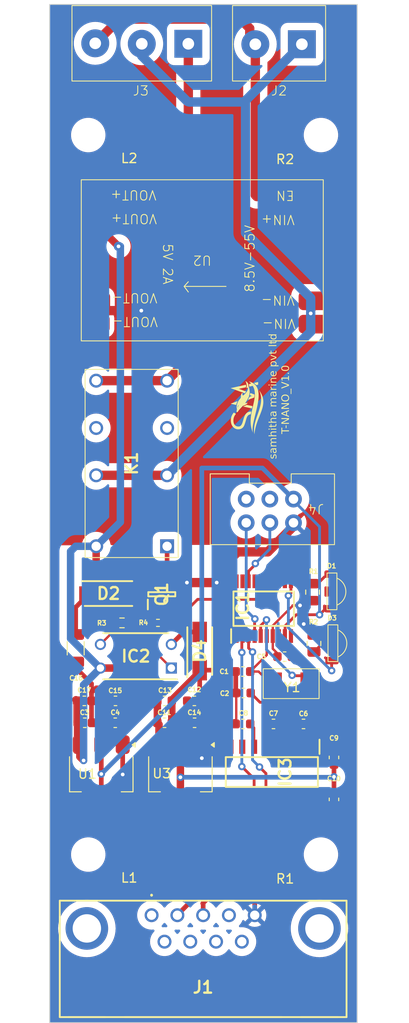
<source format=kicad_pcb>
(kicad_pcb (version 20240108) (generator "pcbnew") (generator_version "8.0")
  (layers (0 "F.Cu" signal) (31 "B.Cu" signal) (34 "B.Paste" user) (35 "F.Paste" user) (36 "B.SilkS" user "B.Silkscreen") (37 "F.SilkS" user "F.Silkscreen") (38 "B.Mask" user) (39 "F.Mask" user) (44 "Edge.Cuts" user))
  (net 0 "")
  (net 1 "GND")
  (net 2 "Net-(D1-Pad3)")
  (net 3 "/VCAP")
  (net 5 "Net-(D3-Pad2)")
  (net 15 "/C1+")
  (net 16 "/R2IN")
  (net 17 "/C2+")
  (net 18 "/C2-")
  (net 19 "/V-")
  (net 20 "/V+")
  (net 21 "/T1OUT")
  (net 22 "/R1IN")
  (net 23 "/T2IN")
  (net 24 "/R2OUT")
  (net 25 "/T1IN")
  (net 26 "/R1OUT")
  (net 27 "/C1-")
  (net 28 "/T2OUT")
  (net 29 "/PB4{slash}_I2C__SCL")
  (net 30 "/PD2{slash}AIN3{slash}[T_IM2__CH3]")
  (net 31 "/PC6{slash}_SPI_MOSI_[TIM1__CH1]")
  (net 32 "/PD3{slash}_AIN4{slash}_TIM2__CH2{slash}_ADC__ETR")
  (net 33 "/NRST")
  (net 34 "/PC3{slash}_TIM1_CH3_[TLI]_[TIM1__CH1N]")
  (net 35 "/PA2{slash}_OSCOUT")
  (net 36 "/PD4{slash}_BEEP{slash}_TIM2__CH1{slash}_UART1__CK")
  (net 37 "/PA1{slash}_OSCIN")
  (net 38 "/PC5{slash}_SPI_SCK_[TIM2__CH1]")
  (net 39 "/PB5{slash}_I2C__SDA_[TIM1__BKIN]")
  (net 40 "/PA3{slash}_TIM2__CH3_[SPI__NSS]")
  (net 41 "/PC4{slash}_CLK_CCO{slash}_TIM1__CH4{slash}AIN2{slash}[_TIM1__CH2N]")
  (net 42 "/PD1{slash}_SWIM")
  (net 43 "/PC7{slash}_SPI_MISO_[TIM1__CH2]")
  (net 44 "/CATHODE")
  (net 45 "/EMITTER")
  (net 46 "/ANODE")
  (net 47 "/NO_1")
  (net 48 "/COIL_1")
  (net 49 "/NC_2")
  (net 50 "/NC_1")
  (net 51 "/VIN-")
  (net 52 "/VIN+")
  (net 53 "/VOUT+")
  (net 54 "Net-(Q1-B)")
  (net 55 "/VO-MUC")
  (net 56 "/VO-RS232")
  (footprint "LIB_MAX232CSE+T:SOIC127P600X175-16N" (layer "F.Cu") (at 148.425 114.388 -90)
    (property "Reference" "IC3")
    (property "Value" "MAX232CSE+T" (hide yes))
  )
  (footprint "Package_TO_SOT_SMD:SOT-223-3_TabPin2" (layer "F.Cu") (at 138.6 114.6 -90)
    (property "Reference" "U3")
    (property "Value" "AMS1117-3.3")
  )
  (footprint "MountingHole:MountingHole_3.2mm_M3" (layer "F.Cu") (at 153.7 46)
    (property "Reference" "R2")
    (property "Value" "MountingHole_3.2mm_M3")
  )
  (footprint "2 Pin Screw Terminal- 5mm Pitch:2 Pin Screw Terminal- 5mm Pitch" (layer "F.Cu") (at 149.2 31.75)
    (property "Reference" "J2")
    (property "Value" "2 Pin Screw Terminal- 5mm Pitch")
  )
  (footprint "Capacitor_SMD:C_0603_1608Metric" (layer "F.Cu") (at 149.8 102)
    (property "Reference" "C5")
    (property "Value" "1uF")
  )
  (footprint "Capacitor_SMD:C_0603_1608Metric" (layer "F.Cu") (at 128.325 109.1 180)
    (property "Reference" "C3")
    (property "Value" "0.1uF")
  )
  (footprint "LIB_L717SDE09PA4CH4F2:L717SDE09PA4CH4F2" (layer "F.Cu") (at 135.505 129.76)
    (property "Reference" "J1")
    (property "Value" "L717SDE09PA4CH4F2" (hide yes))
  )
  (footprint "Logo:smpl_logo_ 6 X 3.7" (layer "F.Cu") (at 145.85 75.15 90)
    (property "Reference" "G***" (hide yes))
    (property "Value" "LOGO" (hide yes))
  )
  (footprint "Capacitor_SMD:C_0603_1608Metric" (layer "F.Cu") (at 145.375 105.9 180)
    (property "Reference" "C2")
    (property "Value" "22pf")
  )
  (footprint "PMBT3904,215:SOT95P230X110-3N" (layer "F.Cu") (at 136.6 95.3 90)
    (property "Reference" "Q1")
    (property "Value" "PMBT3904,215" (hide yes))
  )
  (footprint "55V-5V DC-DC:55V-5V DC-DC" (layer "F.Cu") (at 140.95 59.45 180)
    (property "Reference" "U2")
    (property "Value" "55V-5V DC-DC")
  )
  (footprint "Capacitor_SMD:C_0603_1608Metric" (layer "F.Cu") (at 136.9 109.1 180)
    (property "Reference" "C11")
    (property "Value" "0.1uF")
  )
  (footprint "Capacitor_SMD:C_0603_1608Metric" (layer "F.Cu") (at 131.6 109.1 180)
    (property "Reference" "C4")
    (property "Value" "0.1uF")
  )
  (footprint "Resistor_SMD:R_0805_2012Metric" (layer "F.Cu") (at 152.95 100.5875 90)
    (property "Reference" "R2")
    (property "Value" "1k")
  )
  (footprint "Resistor_SMD:R_0603_1608Metric" (layer "F.Cu") (at 132.325 98.375)
    (property "Reference" "R3")
    (property "Value" "220 ohm")
  )
  (footprint "Capacitor_SMD:C_0603_1608Metric" (layer "F.Cu") (at 155.1 117.325 90)
    (property "Reference" "C10")
    (property "Value" "1uF")
  )
  (footprint "1N4007:1N4007" (layer "F.Cu") (at 140.675 101.4 90)
    (property "Reference" "D4")
    (property "Value" "1N4007" (hide yes))
  )
  (footprint "STM8S103F3P6:SOP65P640X120-20N" (layer "F.Cu") (at 147.55 96.85 90)
    (property "Reference" "IC1")
    (property "Value" "STM8S103F3P6" (hide yes))
  )
  (footprint "Capacitor_SMD:C_0603_1608Metric" (layer "F.Cu") (at 155.1 112.825 -90)
    (property "Reference" "C9")
    (property "Value" "1uF")
  )
  (footprint "6 Pin Male FRC:6 Pin Male FRC" (layer "F.Cu") (at 148.255 86.325 180)
    (property "Reference" "J4")
    (property "Value" "6 Pin Male FRC")
  )
  (footprint "Capacitor_SMD:C_0603_1608Metric" (layer "F.Cu") (at 131.625 106.75 180)
    (property "Reference" "C15")
    (property "Value" "10uF")
  )
  (footprint "MountingHole:MountingHole_3.2mm_M3" (layer "F.Cu") (at 153.7 123.25)
    (property "Reference" "R1")
    (property "Value" "MountingHole_3.2mm_M3")
  )
  (footprint "INDI_LED:INDI_LED" (layer "F.Cu") (at 154.175 98.205 -90)
    (property "Reference" "D3")
    (property "Value" "~")
  )
  (footprint "Capacitor_SMD:C_0603_1608Metric" (layer "F.Cu") (at 140.125 109.1 180)
    (property "Reference" "C14")
    (property "Value" "10uF")
  )
  (footprint "MountingHole:MountingHole_3.2mm_M3" (layer "F.Cu") (at 128.7 46)
    (property "Reference" "L2")
    (property "Value" "MountingHole_3.2mm_M3")
  )
  (footprint "INDI_LED:INDI_LED" (layer "F.Cu") (at 154.073457 92.64 -90)
    (property "Reference" "D1")
    (property "Value" "~")
  )
  (footprint "1N4007:1N4007" (layer "F.Cu") (at 130.875 95.225)
    (property "Reference" "D2")
    (property "Value" "1N4007" (hide yes))
  )
  (footprint "MountingHole:MountingHole_3.2mm_M3" (layer "F.Cu") (at 128.7 123.25)
    (property "Reference" "L1")
    (property "Value" "MountingHole_3.2mm_M3")
  )
  (footprint "Capacitor_SMD:C_0603_1608Metric" (layer "F.Cu") (at 128.275 106.75 180)
    (property "Reference" "C17")
    (property "Value" "10uF")
  )
  (footprint "3 Pin Screw Terminal- 5mm Pitch:3 Pin Screw Terminal- 5mm Pitch" (layer "F.Cu") (at 134.35 36.25)
    (property "Reference" "J3")
    (property "Value" "3 Pin Screw Terminal- 5mm Pitch")
  )
  (footprint "Capacitor_SMD:C_0603_1608Metric" (layer "F.Cu") (at 151.825 109.225)
    (property "Reference" "C6")
    (property "Value" "1uF")
  )
  (footprint "Capacitor_SMD:C_0603_1608Metric" (layer "F.Cu") (at 148.6 109.225)
    (property "Reference" "C7")
    (property "Value" "1uF")
  )
  (footprint "Capacitor_SMD:C_0603_1608Metric" (layer "F.Cu") (at 136.9 106.75 180)
    (property "Reference" "C13")
    (property "Value" "10uF")
  )
  (footprint "Capacitor_SMD:C_1206_3216Metric" (layer "F.Cu") (at 127.35 101.1 90)
    (property "Reference" "C16")
    (property "Value" "22uF")
  )
  (footprint "Resistor_SMD:R_0402_1005Metric" (layer "F.Cu") (at 136.19 98.375 180)
    (property "Reference" "R4")
    (property "Value" "100 ohm")
  )
  (footprint "Package_TO_SOT_SMD:SOT-223-3_TabPin2" (layer "F.Cu") (at 130.1 114.6 -90)
    (property "Reference" "U1")
    (property "Value" "AMS1117-3.3")
  )
  (footprint "PC817X1NSZ1B:DIP762W60P254L460H455Q4N" (layer "F.Cu") (at 133.815 101.955 180)
    (property "Reference" "IC2")
    (property "Value" "PC817X1NSZ1B" (hide yes))
  )
  (footprint "Capacitor_SMD:C_0603_1608Metric" (layer "F.Cu") (at 140.1 106.75 180)
    (property "Reference" "C12")
    (property "Value" "0.1uF")
  )
  (footprint "Capacitor_SMD:C_0603_1608Metric" (layer "F.Cu") (at 145.325 109.225)
    (property "Reference" "C8")
    (property "Value" "1uF")
  )
  (footprint "Capacitor_SMD:C_0603_1608Metric" (layer "F.Cu") (at 145.325 103.6 180)
    (property "Reference" "C1")
    (property "Value" "22pf")
  )
  (footprint "YSX530GA_8MHZ:YSX530GA_8MHZ" (layer "F.Cu") (at 153.5 102.1 180)
    (property "Reference" "Y1")
    (property "Value" "8Mhz" (hide yes))
  )
  (footprint "Resistor_SMD:R_0805_2012Metric" (layer "F.Cu") (at 152.8 95.075 -90)
    (property "Reference" "R1")
    (property "Value" "1k")
  )
  (footprint "LIB_HFD27_005-S:HFD27005S" (layer "F.Cu") (at 137.17 90.15 90)
    (property "Reference" "K1")
    (property "Value" "HFD27_005-S" (hide yes))
  )
  (gr_rect (start 124.55 31.975) (end 157.6 141.3) (stroke (width 0.1)) (fill none) (layer "Edge.Cuts"))
  (gr_text "samhitha marine pvt ltd" (at 149.05 80.8 90) (layer "F.SilkS") (effects (font (size 0.8 0.8) (thickness 0.125)) (justify left bottom)))
  (gr_text "T-NANO_V1.0" (at 150.4 78.1 90) (layer "F.SilkS") (effects (font (size 0.8 0.8) (thickness 0.125)) (justify left bottom)))
  (segment (start 137.675 106.75) (end 137.675 109.1) (width 0.8) (layer "F.Cu") (net 1))
  (segment (start 146.585 124.415) (end 151.6 119.4) (width 0.5) (layer "F.Cu") (net 1))
  (segment (start 140.9 109.1) (end 144.425 109.1) (width 0.5) (layer "F.Cu") (net 1))
  (segment (start 144.6 109.175) (end 144.55 109.225) (width 0.25) (layer "F.Cu") (net 1))
  (segment (start 139.3 94.05) (end 139.3 94.65) (width 0.5) (layer "F.Cu") (net 1))
  (segment (start 132.4 106.75) (end 132.375 106.775) (width 0.5) (layer "F.Cu") (net 1))
  (segment (start 144.425 109.1) (end 144.55 109.225) (width 0.8) (layer "F.Cu") (net 1))
  (segment (start 140.675 103.45) (end 144.4 103.45) (width 0.5) (layer "F.Cu") (net 1))
  (segment (start 152.95 99.6) (end 151.85 98.5) (width 0.3) (layer "F.Cu") (net 1))
  (segment (start 152.2875 96.5) (end 152.8 95.9875) (width 0.25) (layer "F.Cu") (net 1))
  (segment (start 129.05 104.9) (end 129.05 106.05) (width 0.5) (layer "F.Cu") (net 1))
  (segment (start 132.375 106.775) (end 132.375 109.1) (width 0.5) (layer "F.Cu") (net 1))
  (segment (start 132.4 106.25) (end 132.4 106.75) (width 0.5) (layer "F.Cu") (net 1))
  (segment (start 129.05 105.85) (end 129.55 105.35) (width 0.5) (layer "F.Cu") (net 1))
  (segment (start 148.525 101.15) (end 149.225 101.85) (width 0.25) (layer "F.Cu") (net 1))
  (segment (start 146.585 129.76) (end 146.585 124.415) (width 0.5) (layer "F.Cu") (net 1))
  (segment (start 150.75 88) (end 150.75 87.625) (width 1) (layer "F.Cu") (net 1))
  (segment (start 144.55 105.85) (end 144.6 105.9) (width 0.5) (layer "F.Cu") (net 1))
  (segment (start 137.675 106.75) (end 137.675 106.45) (width 0.5) (layer "F.Cu") (net 1))
  (segment (start 144.55 103.6) (end 144.55 105.85) (width 0.5) (layer "F.Cu") (net 1))
  (segment (start 148.525 99.788) (end 148.525 101.15) (width 0.25) (layer "F.Cu") (net 1))
  (segment (start 144.6 105.9) (end 144.5 106) (width 0.25) (layer "F.Cu") (net 1))
  (segment (start 140.9 111.45) (end 140.9 112.9) (width 0.5) (layer "F.Cu") (net 1))
  (segment (start 129.05 109.05) (end 129.05 106.75) (width 0.5) (layer "F.Cu") (net 1))
  (segment (start 140.675 103.45) (end 140.675 106.55) (width 0.5) (layer "F.Cu") (net 1))
  (segment (start 151.6 119.2) (end 151.6 117.1) (width 0.5) (layer "F.Cu") (net 1))
  (segment (start 140.9 111.45) (end 140.9 109.1) (width 0.5) (layer "F.Cu") (net 1))
  (segment (start 148.525 98.675) (end 150.65 96.55) (width 0.25) (layer "F.Cu") (net 1))
  (segment (start 132.4 111.45) (end 132.4 114.65) (width 0.5) (layer "F.Cu") (net 1))
  (segment (start 129 66.25) (end 130.4 64.85) (width 1) (layer "F.Cu") (net 1))
  (segment (start 144.4 103.45) (end 144.55 103.6) (width 0.5) (layer "F.Cu") (net 1))
  (segment (start 139.3 94.65) (end 137.55 96.4) (width 0.5) (layer "F.Cu") (net 1))
  (segment (start 148.5 99.813) (end 148.525 99.788) (width 0.25) (layer "F.Cu") (net 1))
  (segment (start 148.525 99.788) (end 148.525 98.675) (width 0.25) (layer "F.Cu") (net 1))
  (segment (start 127.35 102.575) (end 127.35 103.2) (width 0.5) (layer "F.Cu") (net 1))
  (segment (start 132.4 109.125) (end 132.375 109.1) (width 0.5) (layer "F.Cu") (net 1))
  (segment (start 129.55 105.35) (end 131.5 105.35) (width 0.5) (layer "F.Cu") (net 1))
  (segment (start 132.4 111.45) (end 132.4 109.125) (width 0.5) (layer "F.Cu") (net 1))
  (segment (start 140.875 106.75) (end 140.875 109.075) (width 0.5) (layer "F.Cu") (net 1))
  (segment (start 142.5 94.05) (end 142.5 93) (width 1) (layer "F.Cu") (net 1))
  (segment (start 140.675 106.55) (end 140.875 106.75) (width 0.5) (layer "F.Cu") (net 1))
  (segment (start 131.5 105.35) (end 132.4 106.25) (width 0.5) (layer "F.Cu") (net 1))
  (segment (start 129.05 106.05) (end 129.05 105.85) (width 0.5) (layer "F.Cu") (net 1))
  (segment (start 154 119.2) (end 151.6 119.2) (width 0.25) (layer "F.Cu") (net 1))
  (segment (start 150.65 96.55) (end 150.65 96.5) (width 0.25) (layer "F.Cu") (net 1))
  (segment (start 148 90.75) (end 150.75 88) (width 1) (layer "F.Cu") (net 1))
  (segment (start 129.05 106.75) (end 129.05 106.05) (width 0.5) (layer "F.Cu") (net 1))
  (segment (start 151.6 119.4) (end 151.6 119.2) (width 0.5) (layer "F.Cu") (net 1))
  (segment (start 152.95 99.675) (end 152.95 99.6) (width 0.3) (layer "F.Cu") (net 1))
  (segment (start 144.6 105.9) (end 144.6 109.175) (width 0.25) (layer "F.Cu") (net 1))
  (segment (start 127.35 103.2) (end 129.05 104.9) (width 0.5) (layer "F.Cu") (net 1))
  (segment (start 140.875 109.075) (end 140.9 109.1) (width 0.8) (layer "F.Cu") (net 1))
  (segment (start 129.1 109.1) (end 129.05 109.05) (width 0.5) (layer "F.Cu") (net 1))
  (segment (start 142.5 93) (end 144.75 90.75) (width 1) (layer "F.Cu") (net 1))
  (segment (start 127.35 102.575) (end 127.775 102.575) (width 0.5) (layer "F.Cu") (net 1))
  (segment (start 130.4 64.85) (end 134.4 64.85) (width 1) (layer "F.Cu") (net 1))
  (segment (start 144.75 90.75) (end 148 90.75) (width 1) (layer "F.Cu") (net 1))
  (segment (start 132.4 111.45) (end 132.375 111.425) (width 0.5) (layer "F.Cu") (net 1))
  (segment (start 137.675 106.45) (end 140.675 103.45) (width 0.5) (layer "F.Cu") (net 1))
  (segment (start 139.3 94.05) (end 142.5 94.05) (width 1) (layer "F.Cu") (net 1))
  (segment (start 155.1 118.1) (end 154 119.2) (width 0.25) (layer "F.Cu") (net 1))
  (segment (start 150.65 96.5) (end 152.2875 96.5) (width 0.25) (layer "F.Cu") (net 1))
  (via (at 142.5 94.05) (size 0.8) (drill 0.4) (layers "F.Cu" "B.Cu") (net 1))
  (via (at 134.4 64.85) (size 0.8) (drill 0.4) (layers "F.Cu" "B.Cu") (net 1))
  (via (at 151.85 98.5) (size 0.8) (drill 0.4) (layers "F.Cu" "B.Cu") (net 1))
  (via (at 139.3 94.05) (size 0.8) (drill 0.4) (layers "F.Cu" "B.Cu") (net 1))
  (via (at 132.4 114.65) (size 0.8) (drill 0.4) (layers "F.Cu" "B.Cu") (net 1))
  (via (at 140.9 112.9) (size 0.8) (drill 0.4) (layers "F.Cu" "B.Cu") (net 1))
  (via (at 151.45 96.5) (size 0.8) (drill 0.4) (layers "F.Cu" "B.Cu") (net 1))
  (segment (start 142.5 111.3) (end 140.9 112.9) (width 1) (layer "B.Cu") (net 1))
  (segment (start 151.55 96.5) (end 151.55 98.2) (width 0.5) (layer "B.Cu") (net 1))
  (segment (start 151.55 98.2) (end 151.85 98.5) (width 0.5) (layer "B.Cu") (net 1))
  (segment (start 140.9 112.9) (end 134.15 112.9) (width 0.5) (layer "B.Cu") (net 1))
  (segment (start 134.15 112.9) (end 132.4 114.65) (width 0.5) (layer "B.Cu") (net 1))
  (segment (start 142.5 94.05) (end 142.5 111.3) (width 1) (layer "B.Cu") (net 1))
  (segment (start 151.45 96.5) (end 151.55 96.5) (width 1) (layer "B.Cu") (net 1))
  (segment (start 136.55 94.05) (end 139.3 94.05) (width 1) (layer "B.Cu") (net 1))
  (segment (start 146.585 128.835) (end 146.585 129.76) (width 0.5) (layer "B.Cu") (net 1))
  (segment (start 134.4 64.85) (end 134.4 91.9) (width 1) (layer "B.Cu") (net 1))
  (segment (start 134.4 91.9) (end 136.55 94.05) (width 1) (layer "B.Cu") (net 1))
  (segment (start 132.4 115.575) (end 146.585 129.76) (width 0.5) (layer "B.Cu") (net 1))
  (segment (start 151.85 88.725) (end 150.75 87.625) (width 0.3) (layer "B.Cu") (net 1))
  (segment (start 132.4 114.65) (end 132.4 115.575) (width 0.5) (layer "B.Cu") (net 1))
  (segment (start 151.85 98.5) (end 151.85 88.725) (width 0.3) (layer "B.Cu") (net 1))
  (segment (start 153.350957 94.1625) (end 154.073457 93.44) (width 0.3) (layer "F.Cu") (net 2))
  (segment (start 152.8 94.1625) (end 153.350957 94.1625) (width 0.3) (layer "F.Cu") (net 2))
  (segment (start 150.775 102.275) (end 149.175 100.675) (width 0.25) (layer "F.Cu") (net 3))
  (segment (start 149.175 100.675) (end 149.175 99.788) (width 0.25) (layer "F.Cu") (net 3))
  (segment (start 150.775 102.3) (end 150.775 102.275) (width 0.25) (layer "F.Cu") (net 3))
  (segment (start 154.175 100.275) (end 152.95 101.5) (width 0.3) (layer "F.Cu") (net 5))
  (segment (start 154.175 100.075) (end 154.175 100.275) (width 0.3) (layer "F.Cu") (net 5))
  (segment (start 152.87 111.676) (end 152.87 109.495) (width 0.25) (layer "F.Cu") (net 15))
  (segment (start 152.87 109.495) (end 152.6 109.225) (width 0.25) (layer "F.Cu") (net 15))
  (segment (start 149.06 111.676) (end 149.375 111.361) (width 0.25) (layer "F.Cu") (net 17))
  (segment (start 149.375 111.361) (end 149.375 109.225) (width 0.25) (layer "F.Cu") (net 17))
  (segment (start 147.79 109.26) (end 147.825 109.225) (width 0.25) (layer "F.Cu") (net 18))
  (segment (start 147.79 111.676) (end 147.79 109.26) (width 0.25) (layer "F.Cu") (net 18))
  (segment (start 146.52 109.645) (end 146.1 109.225) (width 0.25) (layer "F.Cu") (net 19))
  (segment (start 146.52 111.676) (end 146.52 109.645) (width 0.25) (layer "F.Cu") (net 19))
  (segment (start 153.617157 113.45) (end 152.982843 113.45) (width 0.2) (layer "F.Cu") (net 20))
  (segment (start 155.1 112.05) (end 153.758578 113.391422) (width 0.2) (layer "F.Cu") (net 20))
  (segment (start 151.6 112.15) (end 151.6 111.676) (width 0.2) (layer "F.Cu") (net 20))
  (segment (start 152.841421 113.391421) (end 151.6 112.15) (width 0.2) (layer "F.Cu") (net 20))
  (arc (start 153.758578 113.391422) (mid 153.693693 113.434776) (end 153.617157 113.45) (width 0.2) (layer "F.Cu") (net 20))
  (arc (start 152.841421 113.391421) (mid 152.906306 113.434776) (end 152.982843 113.45) (width 0.2) (layer "F.Cu") (net 20))
  (segment (start 141 128.5) (end 141.045 128.545) (width 0.5) (layer "F.Cu") (net 21))
  (segment (start 150.33 119.17) (end 141 128.5) (width 0.5) (layer "F.Cu") (net 21))
  (segment (start 141.045 128.545) (end 141.045 129.76) (width 0.5) (layer "F.Cu") (net 21))
  (segment (start 141.045 129.76) (end 141.05 129.755) (width 0.5) (layer "F.Cu") (net 21))
  (segment (start 150.33 117.1) (end 150.33 119.17) (width 0.5) (layer "F.Cu") (net 21))
  (segment (start 149.06 118.94) (end 138.275 129.725) (width 0.5) (layer "F.Cu") (net 22))
  (segment (start 138.275 129.725) (end 138.275 129.76) (width 0.5) (layer "F.Cu") (net 22))
  (segment (start 149.06 117.1) (end 149.06 118.94) (width 0.5) (layer "F.Cu") (net 22))
  (segment (start 146.52 117.1) (end 146.52 115.12) (width 0.3) (layer "F.Cu") (net 25))
  (segment (start 145.2 101.55) (end 145.2 99.863) (width 0.3) (layer "F.Cu") (net 25))
  (segment (start 145.2 99.863) (end 145.275 99.788) (width 0.3) (layer "F.Cu") (net 25))
  (segment (start 146.52 115.12) (end 145.2 113.8) (width 0.3) (layer "F.Cu") (net 25))
  (via (at 145.2 113.8) (size 0.8) (drill 0.4) (layers "F.Cu" "B.Cu") (net 25))
  (via (at 145.2 101.55) (size 0.8) (drill 0.4) (layers "F.Cu" "B.Cu") (net 25))
  (segment (start 145.2 113.8) (end 145.2 101.55) (width 0.3) (layer "B.Cu") (net 25))
  (segment (start 145.925 99.788) (end 145.925 101.075) (width 0.3) (layer "F.Cu") (net 26))
  (segment (start 147.79 114.54) (end 147.79 117.1) (width 0.3) (layer "F.Cu") (net 26))
  (segment (start 145.925 101.075) (end 146.35 101.5) (width 0.3) (layer "F.Cu") (net 26))
  (segment (start 147.1 113.85) (end 147.79 114.54) (width 0.3) (layer "F.Cu") (net 26))
  (via (at 147.1 113.85) (size 0.8) (drill 0.4) (layers "F.Cu" "B.Cu") (net 26))
  (via (at 146.35 101.5) (size 0.8) (drill 0.4) (layers "F.Cu" "B.Cu") (net 26))
  (segment (start 146.35 113.1) (end 147.1 113.85) (width 0.3) (layer "B.Cu") (net 26))
  (segment (start 146.35 101.5) (end 146.35 113.1) (width 0.3) (layer "B.Cu") (net 26))
  (segment (start 150.33 111.676) (end 150.33 111.17) (width 0.5) (layer "F.Cu") (net 27))
  (segment (start 151.05 109.95) (end 151.05 109.225) (width 0.25) (layer "F.Cu") (net 27))
  (segment (start 150.33 111.676) (end 150.33 110.67) (width 0.25) (layer "F.Cu") (net 27))
  (segment (start 150.33 110.67) (end 151.05 109.95) (width 0.25) (layer "F.Cu") (net 27))
  (segment (start 146.575 99.788) (end 146.575 97.975) (width 0.3) (layer "F.Cu") (net 33))
  (segment (start 146.575 97.975) (end 146.6 97.95) (width 0.3) (layer "F.Cu") (net 33))
  (via (at 146.6 97.95) (size 0.8) (drill 0.4) (layers "F.Cu" "B.Cu") (net 33))
  (segment (start 146.6 97.95) (end 145.67 97.02) (width 0.3) (layer "B.Cu") (net 33))
  (segment (start 145.67 97.02) (end 145.67 87.625) (width 0.3) (layer "B.Cu") (net 33))
  (segment (start 147.875 101.825) (end 146.1 103.6) (width 0.25) (layer "F.Cu") (net 35))
  (segment (start 147.875 99.788) (end 147.875 101.825) (width 0.25) (layer "F.Cu") (net 35))
  (segment (start 146.1 103.6) (end 147 103.6) (width 0.25) (layer "F.Cu") (net 35))
  (segment (start 147 103.6) (end 149.5 106.1) (width 0.25) (layer "F.Cu") (net 35))
  (segment (start 152.2 105.4) (end 152.2 104.05) (width 0.3) (layer "F.Cu") (net 37))
  (segment (start 147.15 106.9) (end 146.15 105.9) (width 0.3) (layer "F.Cu") (net 37))
  (segment (start 147.225 99.788) (end 147.225 98.675) (width 0.3) (layer "F.Cu") (net 37))
  (segment (start 146.15 106.05) (end 146.15 105.9) (width 0.25) (layer "F.Cu") (net 37))
  (segment (start 152.2 104.05) (end 150.65 104.05) (width 0.3) (layer "F.Cu") (net 37))
  (segment (start 150.65 104.05) (end 150.6 104) (width 0.3) (layer "F.Cu") (net 37))
  (segment (start 151.5 106.1) (end 150.7 106.9) (width 0.3) (layer "F.Cu") (net 37))
  (segment (start 147.225 98.675) (end 147.85 98.05) (width 0.3) (layer "F.Cu") (net 37))
  (segment (start 150.7 106.9) (end 147.15 106.9) (width 0.3) (layer "F.Cu") (net 37))
  (segment (start 151.5 106.1) (end 152.2 105.4) (width 0.3) (layer "F.Cu") (net 37))
  (via (at 147.85 98.05) (size 0.8) (drill 0.4) (layers "F.Cu" "B.Cu") (net 37))
  (via (at 150.6 104) (size 0.8) (drill 0.4) (layers "F.Cu" "B.Cu") (net 37))
  (segment (start 150.6 104) (end 147.85 101.25) (width 0.3) (layer "B.Cu") (net 37))
  (segment (start 147.85 101.25) (end 147.85 98.05) (width 0.3) (layer "B.Cu") (net 37))
  (segment (start 154.85 103.5) (end 154.85 102.8) (width 0.3) (layer "F.Cu") (net 39))
  (segment (start 154.85 102.8) (end 154.175 102.125) (width 0.3) (layer "F.Cu") (net 39))
  (segment (start 150.475 93.912) (end 150.475 95.175) (width 0.3) (layer "F.Cu") (net 39))
  (segment (start 150.475 95.175) (end 150.2 95.45) (width 0.3) (layer "F.Cu") (net 39))
  (via (at 154.85 103.5) (size 0.8) (drill 0.4) (layers "F.Cu" "B.Cu") (net 39))
  (via (at 150.2 95.45) (size 0.8) (drill 0.4) (layers "F.Cu" "B.Cu") (net 39))
  (segment (start 154.8 103.5) (end 150.2 98.9) (width 0.3) (layer "B.Cu") (net 39))
  (segment (start 154.85 103.5) (end 154.8 103.5) (width 0.3) (layer "B.Cu") (net 39))
  (segment (start 150.2 98.9) (end 150.2 95.45) (width 0.3) (layer "B.Cu") (net 39))
  (segment (start 148.6 95.85) (end 148.6 93.987) (width 0.3) (layer "F.Cu") (net 41))
  (segment (start 137.925 98.375) (end 140.45 95.85) (width 0.3) (layer "F.Cu") (net 41))
  (segment (start 136.7 98.375) (end 137.925 98.375) (width 0.3) (layer "F.Cu") (net 41))
  (segment (start 148.6 93.987) (end 148.525 93.912) (width 0.3) (layer "F.Cu") (net 41))
  (segment (start 140.45 95.85) (end 148.6 95.85) (width 0.3) (layer "F.Cu") (net 41))
  (segment (start 146.65 92.1) (end 146.65 92) (width 0.3) (layer "F.Cu") (net 42))
  (segment (start 146 92.75) (end 146.65 92.1) (width 0.3) (layer "F.Cu") (net 42))
  (segment (start 145.925 92.825) (end 146 92.75) (width 0.3) (layer "F.Cu") (net 42))
  (segment (start 145.925 93.912) (end 145.925 92.825) (width 0.3) (layer "F.Cu") (net 42))
  (via (at 146.65 92) (size 0.8) (drill 0.4) (layers "F.Cu" "B.Cu") (net 42))
  (segment (start 148.21 90.44) (end 148.21 87.625) (width 0.3) (layer "B.Cu") (net 42))
  (segment (start 146.65 92) (end 148.21 90.44) (width 0.3) (layer "B.Cu") (net 42))
  (segment (start 138.96 99.35) (end 137.625 100.685) (width 0.5) (layer "F.Cu") (net 44))
  (segment (start 140.675 99.35) (end 138.96 99.35) (width 0.5) (layer "F.Cu") (net 44))
  (segment (start 137.625 100.685) (end 137.91 100.685) (width 0.25) (layer "F.Cu") (net 44))
  (segment (start 131.5 99.19) (end 131.5 98.375) (width 0.25) (layer "F.Cu") (net 45))
  (segment (start 130.005 100.685) (end 131.5 99.19) (width 0.25) (layer "F.Cu") (net 45))
  (segment (start 135.68 101.28) (end 135.68 98.375) (width 0.25) (layer "F.Cu") (net 46))
  (segment (start 137.625 103.225) (end 135.68 101.28) (width 0.25) (layer "F.Cu") (net 46))
  (segment (start 137.17 72.37) (end 129.55 72.37) (width 1) (layer "F.Cu") (net 47))
  (segment (start 139.45 36.2) (end 139.45 70.09) (width 1) (layer "F.Cu") (net 47))
  (segment (start 139.45 70.09) (end 137.17 72.37) (width 1) (layer "F.Cu") (net 47))
  (segment (start 137.17 93.63) (end 136.6 94.2) (width 0.5) (layer "F.Cu") (net 48))
  (segment (start 137.17 90.15) (end 137.17 93.63) (width 0.5) (layer "F.Cu") (net 48))
  (segment (start 133.475 95.225) (end 134.5 94.2) (width 0.25) (layer "F.Cu") (net 48))
  (segment (start 134.5 94.2) (end 136.6 94.2) (width 0.25) (layer "F.Cu") (net 48))
  (segment (start 132.925 95.225) (end 133.475 95.225) (width 0.25) (layer "F.Cu") (net 48))
  (segment (start 153.3 64.45) (end 153.3 63.8) (width 0.3) (layer "F.Cu") (net 51))
  (segment (start 152.6 65.15) (end 153.3 64.45) (width 0.3) (layer "F.Cu") (net 51))
  (segment (start 152.6 65.15) (end 152.6 65.6) (width 0.3) (layer "F.Cu") (net 51))
  (segment (start 137.17 82.53) (end 129.55 82.53) (width 1) (layer "F.Cu") (net 51))
  (segment (start 152.6 65.6) (end 153.3 66.3) (width 0.3) (layer "F.Cu") (net 51))
  (via (at 152.6 65.15) (size 1) (drill 0.4) (layers "F.Cu" "B.Cu") (net 51))
  (segment (start 152.6 63.5) (end 152.6 67.1) (width 1) (layer "B.Cu") (net 51))
  (segment (start 139.253553 42.303553) (end 134.45 37.5) (width 1) (layer "B.Cu") (net 51))
  (segment (start 151.65 36.25) (end 145.596446 42.303554) (width 1) (layer "B.Cu") (net 51))
  (segment (start 145.596446 42.303554) (end 145.596446 56.496446) (width 1) (layer "B.Cu") (net 51))
  (segment (start 134.45 37.5) (end 134.45 36.2) (width 1) (layer "B.Cu") (net 51))
  (segment (start 145.242893 42.45) (end 139.607107 42.45) (width 1) (layer "B.Cu") (net 51))
  (segment (start 145.596446 56.496446) (end 152.6 63.5) (width 1) (layer "B.Cu") (net 51))
  (segment (start 152.6 67.1) (end 137.17 82.53) (width 1) (layer "B.Cu") (net 51))
  (arc (start 145.242893 42.45) (mid 145.434234 42.41194) (end 145.596446 42.303554) (width 1) (layer "B.Cu") (net 51))
  (arc (start 139.253553 42.303553) (mid 139.415765 42.41194) (end 139.607107 42.45) (width 1) (layer "B.Cu") (net 51))
  (segment (start 132.05 33.55) (end 145.05 33.55) (width 1) (layer "F.Cu") (net 52))
  (segment (start 146.65 52.45) (end 146.8 52.6) (width 1) (layer "F.Cu") (net 52))
  (segment (start 153.25 52.65) (end 153.25 55.1) (width 1) (layer "F.Cu") (net 52))
  (segment (start 153.2 52.6) (end 153.25 52.65) (width 1) (layer "F.Cu") (net 52))
  (segment (start 129.45 36.15) (end 132.05 33.55) (width 1) (layer "F.Cu") (net 52))
  (segment (start 146.05 34.55) (end 146.05 35.65) (width 1) (layer "F.Cu") (net 52))
  (segment (start 146.65 36.25) (end 146.65 52.45) (width 1) (layer "F.Cu") (net 52))
  (segment (start 146.05 35.65) (end 146.65 36.25) (width 1) (layer "F.Cu") (net 52))
  (segment (start 146.8 52.6) (end 153.2 52.6) (width 1) (layer "F.Cu") (net 52))
  (segment (start 145.05 33.55) (end 146.05 34.55) (width 1) (layer "F.Cu") (net 52))
  (segment (start 129.55 94.5) (end 128.825 95.225) (width 0.8) (layer "F.Cu") (net 53))
  (segment (start 129.55 90.15) (end 129.55 94.5) (width 0.8) (layer "F.Cu") (net 53))
  (segment (start 129 55) (end 129 52.65) (width 0.8) (layer "F.Cu") (net 53))
  (segment (start 127.5 109.05) (end 127.55 109.1) (width 0.8) (layer "F.Cu") (net 53))
  (segment (start 136.125 106.75) (end 136.125 109.1) (width 0.8) (layer "F.Cu") (net 53))
  (segment (start 127.55 109.1) (end 127.55 111.2) (width 0.8) (layer "F.Cu") (net 53))
  (segment (start 129 55) (end 131.95 57.95) (width 0.8) (layer "F.Cu") (net 53))
  (segment (start 127.55 111.2) (end 127.8 111.45) (width 0.8) (layer "F.Cu") (net 53))
  (segment (start 127.375 106.625) (end 127.5 106.75) (width 0.8) (layer "F.Cu") (net 53))
  (segment (start 130.005 103.225) (end 132.6 103.225) (width 0.8) (layer "F.Cu") (net 53))
  (segment (start 127.35 96.7) (end 128.825 95.225) (width 0.5) (layer "F.Cu") (net 53))
  (segment (start 127.8 112.75) (end 128.2 113.15) (width 0.8) (layer "F.Cu") (net 53))
  (segment (start 132.6 103.225) (end 136.125 106.75) (width 0.8) (layer "F.Cu") (net 53))
  (segment (start 127.8 111.45) (end 127.8 112.75) (width 0.8) (layer "F.Cu") (net 53))
  (segment (start 127.5 106.75) (end 127.5 109.05) (width 0.8) (layer "F.Cu") (net 53))
  (segment (start 127.35 99.625) (end 127.35 96.7) (width 0.5) (layer "F.Cu") (net 53))
  (segment (start 136.3 109.275) (end 136.125 109.1) (width 0.8) (layer "F.Cu") (net 53))
  (segment (start 136.3 111.45) (end 136.3 109.275) (width 0.8) (layer "F.Cu") (net 53))
  (via (at 131.95 57.95) (size 1) (drill 0.4) (layers "F.Cu" "B.Cu") (net 53))
  (via (at 128.2 113.15) (size 0.8) (drill 0.4) (layers "F.Cu" "B.Cu") (net 53))
  (segment (start 126.8 100.05) (end 129.975 103.225) (width 0.8) (layer "B.Cu") (net 53))
  (segment (start 129.975 103.225) (end 130.005 103.225) (width 0.8) (layer "B.Cu") (net 53))
  (segment (start 128.2 113.15) (end 128.2 105.03) (width 0.8) (layer "B.Cu") (net 53))
  (segment (start 129.55 90.15) (end 127.35 90.15) (width 0.8) (layer "B.Cu") (net 53))
  (segment (start 128.2 105.03) (end 130.005 103.225) (width 0.8) (layer "B.Cu") (net 53))
  (segment (start 132.15 57.95) (end 132.15 87.55) (width 0.8) (layer "B.Cu") (net 53))
  (segment (start 132.15 87.55) (end 129.55 90.15) (width 0.8) (layer "B.Cu") (net 53))
  (segment (start 127.35 90.15) (end 126.8 90.7) (width 0.8) (layer "B.Cu") (net 53))
  (segment (start 126.8 90.7) (end 126.8 100.05) (width 0.8) (layer "B.Cu") (net 53))
  (segment (start 132.15 57.95) (end 131.95 57.95) (width 0.8) (layer "B.Cu") (net 53))
  (segment (start 134.75 97.3) (end 133.45 97.3) (width 0.25) (layer "F.Cu") (net 54))
  (segment (start 133.45 98.075) (end 133.15 98.375) (width 0.25) (layer "F.Cu") (net 54))
  (segment (start 135.65 96.4) (end 134.75 97.3) (width 0.25) (layer "F.Cu") (net 54))
  (segment (start 133.45 97.3) (end 133.45 98.075) (width 0.25) (layer "F.Cu") (net 54))
  (segment (start 130.825 109.1) (end 130.825 106.775) (width 0.5) (layer "F.Cu") (net 55))
  (segment (start 149.85 98.7) (end 151.05 97.5) (width 0.3) (layer "F.Cu") (net 55))
  (segment (start 130.1 117.75) (end 130.1 111.45) (width 0.5) (layer "F.Cu") (net 55))
  (segment (start 149.825 99.788) (end 149.85 99.763) (width 0.3) (layer "F.Cu") (net 55))
  (segment (start 151.05 97.5) (end 153.55 97.5) (width 0.3) (layer "F.Cu") (net 55))
  (segment (start 154.073457 96.976543) (end 153.55 97.5) (width 0.3) (layer "F.Cu") (net 55))
  (segment (start 130.75 111.45) (end 130.75 109.175) (width 0.5) (layer "F.Cu") (net 55))
  (segment (start 154.073457 96.56) (end 154.073457 96.976543) (width 0.3) (layer "F.Cu") (net 55))
  (segment (start 130.1 111.45) (end 130.75 111.45) (width 0.5) (layer "F.Cu") (net 55))
  (segment (start 149.85 99.763) (end 149.85 98.7) (width 0.3) (layer "F.Cu") (net 55))
  (segment (start 130.75 109.175) (end 130.825 109.1) (width 0.5) (layer "F.Cu") (net 55))
  (segment (start 130.825 106.775) (end 130.85 106.75) (width 0.5) (layer "F.Cu") (net 55))
  (via (at 130.1 114.6) (size 0.8) (drill 0.4) (layers "F.Cu" "B.Cu") (net 55))
  (via (at 153.55 97.5) (size 0.8) (drill 0.4) (layers "F.Cu" "B.Cu") (net 55))
  (segment (start 140.9 81.75) (end 147.415 81.75) (width 0.5) (layer "B.Cu") (net 55))
  (segment (start 150.75 85.25) (end 150.75 85.085) (width 0.3) (layer "B.Cu") (net 55))
  (segment (start 147.415 81.75) (end 150.75 85.085) (width 0.5) (layer "B.Cu") (net 55))
  (segment (start 130.1 114.6) (end 140.9 103.8) (width 0.5) (layer "B.Cu") (net 55))
  (segment (start 153.55 88.05) (end 150.75 85.25) (width 0.3) (layer "B.Cu") (net 55))
  (segment (start 140.9 103.8) (end 140.9 81.75) (width 0.5) (layer "B.Cu") (net 55))
  (segment (start 153.55 97.5) (end 153.55 88.05) (width 0.3) (layer "B.Cu") (net 55))
  (segment (start 139.35 109.1) (end 139.35 110.7) (width 0.8) (layer "F.Cu") (net 56))
  (segment (start 139.35 110.7) (end 138.6 111.45) (width 0.8) (layer "F.Cu") (net 56))
  (segment (start 155 113.5) (end 155.1 113.6) (width 0.5) (layer "F.Cu") (net 56))
  (segment (start 152.87 117.1) (end 153.42 116.55) (width 0.25) (layer "F.Cu") (net 56))
  (segment (start 155.1 113.6) (end 155.1 116.55) (width 0.5) (layer "F.Cu") (net 56))
  (segment (start 153.42 116.55) (end 155.1 116.55) (width 0.25) (layer "F.Cu") (net 56))
  (segment (start 138.6 111.45) (end 138.6 117.75) (width 0.8) (layer "F.Cu") (net 56))
  (segment (start 139.325 109.075) (end 139.35 109.1) (width 0.8) (layer "F.Cu") (net 56))
  (segment (start 139.325 106.75) (end 139.325 109.075) (width 0.8) (layer "F.Cu") (net 56))
  (via (at 155.1 114.9) (size 0.8) (drill 0.4) (layers "F.Cu" "B.Cu") (net 56))
  (via (at 138.6 114.95) (size 0.8) (drill 0.4) (layers "F.Cu" "B.Cu") (net 56))
  (segment (start 155.05 114.95) (end 155.1 114.9) (width 0.5) (layer "B.Cu") (net 56))
  (segment (start 138.6 114.95) (end 155.05 114.95) (width 0.5) (layer "B.Cu") (net 56))
  (zone (net 1) (net_name "GND") (layer "F.Cu") (priority 1) (connect_pads (clearance 0.8)) (min_thickness 0.25) (fill yes (thermal_gap 0.5) (thermal_bridge_width 0.5))
    (polygon (pts (xy 124.5 141.35) (xy 157.65 141.35) (xy 157.65 119.6) (xy 124.45 119.55)))
  )
  (zone (net 1) (net_name "GND") (layer "F.Cu") (priority 2) (connect_pads (clearance 0.8)) (min_thickness 0.25) (fill yes (thermal_gap 0.5) (thermal_bridge_width 0.5))
    (polygon (pts (xy 124.5 31.9) (xy 157.65 31.8) (xy 157.65 89.95) (xy 124.5 90.05)))
  )
  (zone (net 1) (net_name "GND") (layer "B.Cu") (connect_pads (clearance 0.8)) (min_thickness 0.25) (fill yes (thermal_gap 0.5) (thermal_bridge_width 0.5) (island_removal_mode 1) (island_area_min 10))
    (polygon (pts (xy 124.5 31.9) (xy 157.65 31.8) (xy 157.65 141.35) (xy 124.5 141.35)))
  )
)
</source>
